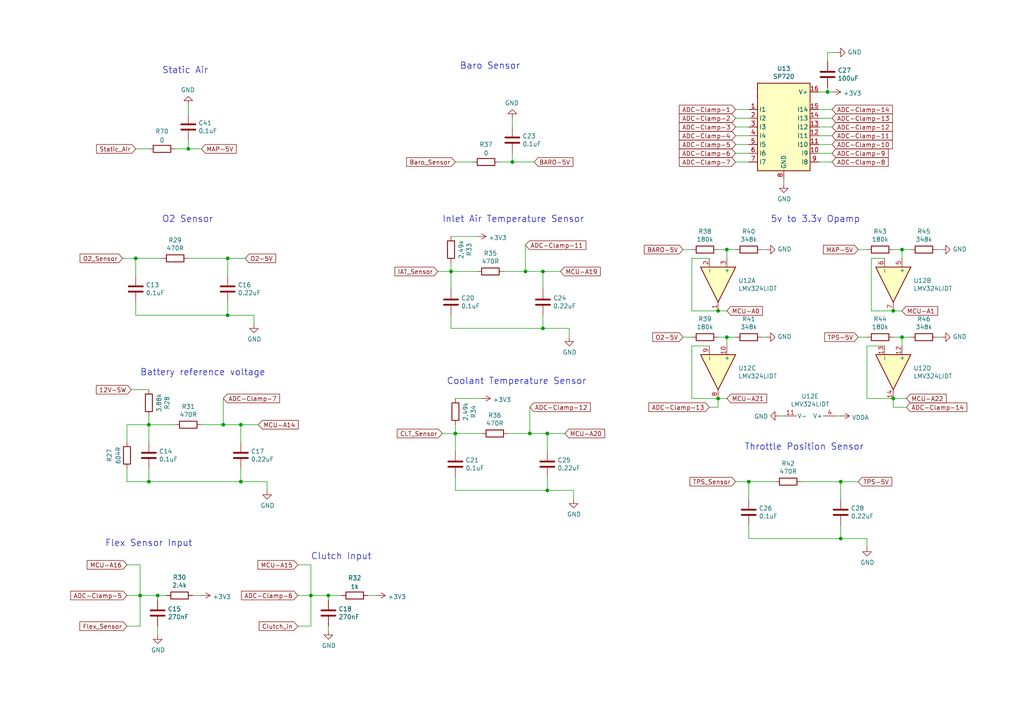
<source format=kicad_sch>
(kicad_sch (version 20250114) (generator "eeschema") (generator_version "9.0")
  (paper "A4")
  (lib_symbols
    (symbol "Amplifier_Operational:LMV324" (pin_names (offset 0.127))
      (property "Reference" "U" (at 0 5.08 0))
      (property "Value" "LMV324" (at 0 -5.08 0))
      (symbol "LMV324_1_1"
        (polyline (pts (xy -5.08 5.08) (xy 5.08 0) (xy -5.08 -5.08) (xy -5.08 5.08)) (stroke (width 0.254)) (fill (type background)))
        (pin input line (at -7.62 2.54 0) (length 2.54) (name "+") (number "3"))
        (pin input line (at -7.62 -2.54 0) (length 2.54) (name "-") (number "2"))
        (pin output line (at 7.62 0 180) (length 2.54) (name "~") (number "1"))
      )
      (symbol "LMV324_2_1"
        (polyline (pts (xy -5.08 5.08) (xy 5.08 0) (xy -5.08 -5.08) (xy -5.08 5.08)) (stroke (width 0.254)) (fill (type background)))
        (pin input line (at -7.62 2.54 0) (length 2.54) (name "+") (number "5"))
        (pin input line (at -7.62 -2.54 0) (length 2.54) (name "-") (number "6"))
        (pin output line (at 7.62 0 180) (length 2.54) (name "~") (number "7"))
      )
      (symbol "LMV324_3_1"
        (polyline (pts (xy -5.08 5.08) (xy 5.08 0) (xy -5.08 -5.08) (xy -5.08 5.08)) (stroke (width 0.254)) (fill (type background)))
        (pin input line (at -7.62 2.54 0) (length 2.54) (name "+") (number "10"))
        (pin input line (at -7.62 -2.54 0) (length 2.54) (name "-") (number "9"))
        (pin output line (at 7.62 0 180) (length 2.54) (name "~") (number "8"))
      )
      (symbol "LMV324_4_1"
        (polyline (pts (xy -5.08 5.08) (xy 5.08 0) (xy -5.08 -5.08) (xy -5.08 5.08)) (stroke (width 0.254)) (fill (type background)))
        (pin input line (at -7.62 2.54 0) (length 2.54) (name "+") (number "12"))
        (pin input line (at -7.62 -2.54 0) (length 2.54) (name "-") (number "13"))
        (pin output line (at 7.62 0 180) (length 2.54) (name "~") (number "14"))
      )
      (symbol "LMV324_5_1"
        (pin power_in line (at -2.54 7.62 270) (length 3.81) (name "V+") (number "4"))
        (pin power_in line (at -2.54 -7.62 90) (length 3.81) (name "V-") (number "11"))
      )
    )
    (symbol "Device:C" (pin_numbers (hide yes)) (pin_names (offset 0.254))
      (property "Reference" "C" (at 0.635 2.54 0))
      (property "Value" "C" (at 0.635 -2.54 0))
      (symbol "C_0_1"
        (polyline (pts (xy -2.032 0.762) (xy 2.032 0.762)) (stroke (width 0.508)))
        (polyline (pts (xy -2.032 -0.762) (xy 2.032 -0.762)) (stroke (width 0.508)))
      )
      (symbol "C_1_1"
        (pin passive line (at 0 3.81 270) (length 2.794) (name "~") (number "1"))
        (pin passive line (at 0 -3.81 90) (length 2.794) (name "~") (number "2"))
      )
    )
    (symbol "Device:R" (pin_numbers (hide yes)) (pin_names (offset 0))
      (property "Reference" "R" (at 2.032 0 90))
      (property "Value" "R" (at 0 0 90))
      (symbol "R_0_1"
        (rectangle (start -1.016 -2.54) (end 1.016 2.54) (stroke (width 0.254)))
      )
      (symbol "R_1_1"
        (pin passive line (at 0 3.81 270) (length 1.27) (name "~") (number "1"))
        (pin passive line (at 0 -3.81 90) (length 1.27) (name "~") (number "2"))
      )
    )
    (symbol "IC_Automotive:SP720"
      (property "Reference" "U" (at 0 15.875 0))
      (property "Value" "SP720" (at 0 13.97 0))
      (symbol "SP720_0_1"
        (rectangle (start -7.62 -12.7) (end 7.62 12.7) (stroke (width 0.254)) (fill (type background)))
      )
      (symbol "SP720_1_1"
        (pin input line (at -10.16 5.08 0) (length 2.54) (name "I1") (number "1"))
        (pin input line (at -10.16 2.54 0) (length 2.54) (name "I2") (number "2"))
        (pin input line (at -10.16 0 0) (length 2.54) (name "I3") (number "3"))
        (pin input line (at -10.16 -2.54 0) (length 2.54) (name "I4") (number "4"))
        (pin input line (at -10.16 -5.08 0) (length 2.54) (name "I5") (number "5"))
        (pin input line (at -10.16 -7.62 0) (length 2.54) (name "I6") (number "6"))
        (pin input line (at -10.16 -10.16 0) (length 2.54) (name "I7") (number "7"))
        (pin power_in line (at 0 -15.24 90) (length 2.54) (name "GND") (number "8"))
        (pin power_in line (at 10.16 10.16 180) (length 2.54) (name "V+") (number "16"))
        (pin input line (at 10.16 5.08 180) (length 2.54) (name "I14") (number "15"))
        (pin open_collector line (at 10.16 2.54 180) (length 2.54) (name "I13") (number "14"))
        (pin input line (at 10.16 0 180) (length 2.54) (name "I12") (number "13"))
        (pin input line (at 10.16 -2.54 180) (length 2.54) (name "I11") (number "12"))
        (pin input line (at 10.16 -5.08 180) (length 2.54) (name "I10") (number "11"))
        (pin input line (at 10.16 -7.62 180) (length 2.54) (name "I9") (number "10"))
        (pin input line (at 10.16 -10.16 180) (length 2.54) (name "I8") (number "9"))
      )
    )
    (symbol "power:+3V3" (power) (pin_names (offset 0))
      (property "Value" "+3V3" (at 0 3.556 0))
      (symbol "+3V3_0_1"
        (polyline (pts (xy -0.762 1.27) (xy 0 2.54)))
        (polyline (pts (xy 0 2.54) (xy 0.762 1.27)))
        (polyline (pts (xy 0 0) (xy 0 2.54)))
      )
      (symbol "+3V3_1_1"
        (pin power_in line (at 0 0 90) (length 0) (hide yes) (name "+3V3") (number "1"))
      )
    )
    (symbol "power:GND" (power) (pin_names (offset 0))
      (property "Value" "GND" (at 0 -3.81 0))
      (symbol "GND_0_1"
        (polyline (pts (xy 0 0) (xy 0 -1.27) (xy 1.27 -1.27) (xy 0 -2.54) (xy -1.27 -1.27) (xy 0 -1.27)))
      )
      (symbol "GND_1_1"
        (pin power_in line (at 0 0 270) (length 0) (hide yes) (name "GND") (number "1"))
      )
    )
    (symbol "power:VDDA" (power) (pin_names (offset 0))
      (property "Value" "VDDA" (at 0 3.81 0))
      (symbol "VDDA_0_1"
        (polyline (pts (xy -0.762 1.27) (xy 0 2.54)))
        (polyline (pts (xy 0 2.54) (xy 0.762 1.27)))
        (polyline (pts (xy 0 0) (xy 0 2.54)))
      )
      (symbol "VDDA_1_1"
        (pin power_in line (at 0 0 90) (length 0) (hide yes) (name "VDDA") (number "1"))
      )
    )
  )
  (text "Baro Sensor" (at 133.35 20.32 0) (effects (font (size 1.8796 1.8796)) (justify left bottom)))
  (text "Battery reference voltage" (at 40.64 109.22 0) (effects (font (size 1.8796 1.8796)) (justify left bottom)))
  (text "Coolant Temperature Sensor" (at 129.54 111.76 0) (effects (font (size 1.8796 1.8796)) (justify left bottom)))
  (text "Clutch Input" (at 90.17 162.56 0) (effects (font (size 1.8796 1.8796)) (justify left bottom)))
  (text "Inlet Air Temperature Sensor" (at 128.27 64.77 0) (effects (font (size 1.8796 1.8796)) (justify left bottom)))
  (text "Flex Sensor Input" (at 30.48 158.75 0) (effects (font (size 1.8796 1.8796)) (justify left bottom)))
  (text "Static Air" (at 46.99 21.59 0) (effects (font (size 1.8796 1.8796)) (justify left bottom)))
  (text "O2 Sensor" (at 46.99 64.77 0) (effects (font (size 1.8796 1.8796)) (justify left bottom)))
  (text "5v to 3.3v Opamp" (at 223.52 64.77 0) (effects (font (size 1.8796 1.8796)) (justify left bottom)))
  (text "Throttle Position Sensor" (at 215.9 130.81 0) (effects (font (size 1.8796 1.8796)) (justify left bottom)))
  (junction (at 217.17 139.7))
  (junction (at 148.59 46.99))
  (junction (at 153.67 125.73))
  (junction (at 66.04 91.44))
  (junction (at 43.18 123.19))
  (junction (at 158.75 142.24))
  (junction (at 243.84 139.7))
  (junction (at 152.4 78.74))
  (junction (at 157.48 78.74))
  (junction (at 240.03 26.67))
  (junction (at 43.18 139.7))
  (junction (at 95.25 172.72))
  (junction (at 64.77 123.19))
  (junction (at 210.82 72.39))
  (junction (at 261.62 72.39))
  (junction (at 157.48 95.25))
  (junction (at 66.04 74.93))
  (junction (at 54.61 43.18))
  (junction (at 90.17 172.72))
  (junction (at 210.82 97.79))
  (junction (at 259.08 90.17))
  (junction (at 261.62 97.79))
  (junction (at 208.28 90.17))
  (junction (at 69.85 139.7))
  (junction (at 243.84 156.21))
  (junction (at 132.08 125.73))
  (junction (at 40.64 172.72))
  (junction (at 158.75 125.73))
  (junction (at 69.85 123.19))
  (junction (at 130.81 78.74))
  (junction (at 45.72 172.72))
  (junction (at 39.37 74.93))
  (junction (at 259.08 115.57))
  (junction (at 208.28 115.57))
  (wire (pts (xy 66.04 87.63) (xy 66.04 91.44)))
  (wire (pts (xy 36.83 123.19) (xy 43.18 123.19)))
  (wire (pts (xy 217.17 39.37) (xy 213.36 39.37)))
  (wire (pts (xy 158.75 142.24) (xy 166.37 142.24)))
  (wire (pts (xy 138.43 68.58) (xy 130.81 68.58)))
  (wire (pts (xy 241.3 36.83) (xy 237.49 36.83)))
  (wire (pts (xy 50.8 43.18) (xy 54.61 43.18)))
  (wire (pts (xy 43.18 120.65) (xy 43.18 123.19)))
  (wire (pts (xy 69.85 123.19) (xy 69.85 128.27)))
  (wire (pts (xy 259.08 97.79) (xy 261.62 97.79)))
  (wire (pts (xy 240.03 26.67) (xy 237.49 26.67)))
  (wire (pts (xy 262.89 115.57) (xy 259.08 115.57)))
  (wire (pts (xy 66.04 91.44) (xy 73.66 91.44)))
  (wire (pts (xy 38.1 113.03) (xy 43.18 113.03)))
  (wire (pts (xy 227.33 53.34) (xy 227.33 52.07)))
  (wire (pts (xy 40.64 181.61) (xy 40.64 172.72)))
  (wire (pts (xy 232.41 139.7) (xy 243.84 139.7)))
  (wire (pts (xy 213.36 31.75) (xy 217.17 31.75)))
  (wire (pts (xy 198.12 72.39) (xy 200.66 72.39)))
  (wire (pts (xy 213.36 41.91) (xy 217.17 41.91)))
  (wire (pts (xy 71.12 74.93) (xy 66.04 74.93)))
  (wire (pts (xy 54.61 74.93) (xy 66.04 74.93)))
  (wire (pts (xy 157.48 78.74) (xy 157.48 83.82)))
  (wire (pts (xy 158.75 138.43) (xy 158.75 142.24)))
  (wire (pts (xy 217.17 34.29) (xy 213.36 34.29)))
  (wire (pts (xy 54.61 43.18) (xy 58.42 43.18)))
  (wire (pts (xy 198.12 97.79) (xy 200.66 97.79)))
  (wire (pts (xy 240.03 25.4) (xy 240.03 26.67)))
  (wire (pts (xy 256.54 100.33) (xy 251.46 100.33)))
  (wire (pts (xy 36.83 181.61) (xy 40.64 181.61)))
  (wire (pts (xy 200.66 74.93) (xy 205.74 74.93)))
  (wire (pts (xy 127 78.74) (xy 130.81 78.74)))
  (wire (pts (xy 237.49 34.29) (xy 241.3 34.29)))
  (wire (pts (xy 130.81 78.74) (xy 138.43 78.74)))
  (wire (pts (xy 158.75 125.73) (xy 158.75 130.81)))
  (wire (pts (xy 58.42 123.19) (xy 64.77 123.19)))
  (wire (pts (xy 157.48 91.44) (xy 157.48 95.25)))
  (wire (pts (xy 43.18 139.7) (xy 69.85 139.7)))
  (wire (pts (xy 251.46 115.57) (xy 259.08 115.57)))
  (wire (pts (xy 200.66 115.57) (xy 208.28 115.57)))
  (wire (pts (xy 55.88 172.72) (xy 58.42 172.72)))
  (wire (pts (xy 86.36 172.72) (xy 90.17 172.72)))
  (wire (pts (xy 237.49 44.45) (xy 241.3 44.45)))
  (wire (pts (xy 261.62 90.17) (xy 259.08 90.17)))
  (wire (pts (xy 241.3 41.91) (xy 237.49 41.91)))
  (wire (pts (xy 132.08 142.24) (xy 158.75 142.24)))
  (wire (pts (xy 213.36 139.7) (xy 217.17 139.7)))
  (wire (pts (xy 130.81 91.44) (xy 130.81 95.25)))
  (wire (pts (xy 222.25 97.79) (xy 220.98 97.79)))
  (wire (pts (xy 36.83 139.7) (xy 43.18 139.7)))
  (wire (pts (xy 251.46 156.21) (xy 251.46 158.75)))
  (wire (pts (xy 39.37 43.18) (xy 43.18 43.18)))
  (wire (pts (xy 243.84 152.4) (xy 243.84 156.21)))
  (wire (pts (xy 261.62 72.39) (xy 259.08 72.39)))
  (wire (pts (xy 36.83 163.83) (xy 40.64 163.83)))
  (wire (pts (xy 153.67 125.73) (xy 158.75 125.73)))
  (wire (pts (xy 45.72 184.15) (xy 45.72 181.61)))
  (wire (pts (xy 45.72 173.99) (xy 45.72 172.72)))
  (wire (pts (xy 256.54 74.93) (xy 252.73 74.93)))
  (wire (pts (xy 148.59 46.99) (xy 154.94 46.99)))
  (wire (pts (xy 35.56 74.93) (xy 39.37 74.93)))
  (wire (pts (xy 241.3 26.67) (xy 240.03 26.67)))
  (wire (pts (xy 36.83 135.89) (xy 36.83 139.7)))
  (wire (pts (xy 237.49 39.37) (xy 241.3 39.37)))
  (wire (pts (xy 240.03 15.24) (xy 240.03 17.78)))
  (wire (pts (xy 106.68 172.72) (xy 109.22 172.72)))
  (wire (pts (xy 210.82 72.39) (xy 213.36 72.39)))
  (wire (pts (xy 217.17 152.4) (xy 217.17 156.21)))
  (wire (pts (xy 73.66 91.44) (xy 73.66 93.98)))
  (wire (pts (xy 132.08 125.73) (xy 139.7 125.73)))
  (wire (pts (xy 252.73 74.93) (xy 252.73 90.17)))
  (wire (pts (xy 222.25 72.39) (xy 220.98 72.39)))
  (wire (pts (xy 262.89 118.11) (xy 259.08 118.11)))
  (wire (pts (xy 36.83 128.27) (xy 36.83 123.19)))
  (wire (pts (xy 205.74 118.11) (xy 208.28 118.11)))
  (wire (pts (xy 166.37 142.24) (xy 166.37 144.78)))
  (wire (pts (xy 217.17 44.45) (xy 213.36 44.45)))
  (wire (pts (xy 54.61 30.48) (xy 54.61 33.02)))
  (wire (pts (xy 210.82 97.79) (xy 213.36 97.79)))
  (wire (pts (xy 132.08 46.99) (xy 137.16 46.99)))
  (wire (pts (xy 54.61 43.18) (xy 54.61 40.64)))
  (wire (pts (xy 248.92 72.39) (xy 251.46 72.39)))
  (wire (pts (xy 132.08 138.43) (xy 132.08 142.24)))
  (wire (pts (xy 39.37 87.63) (xy 39.37 91.44)))
  (wire (pts (xy 66.04 74.93) (xy 66.04 80.01)))
  (wire (pts (xy 144.78 46.99) (xy 148.59 46.99)))
  (wire (pts (xy 95.25 181.61) (xy 95.25 182.88)))
  (wire (pts (xy 243.84 120.65) (xy 242.57 120.65)))
  (wire (pts (xy 40.64 163.83) (xy 40.64 172.72)))
  (wire (pts (xy 210.82 100.33) (xy 210.82 97.79)))
  (wire (pts (xy 128.27 125.73) (xy 132.08 125.73)))
  (wire (pts (xy 69.85 135.89) (xy 69.85 139.7)))
  (wire (pts (xy 261.62 72.39) (xy 264.16 72.39)))
  (wire (pts (xy 39.37 91.44) (xy 66.04 91.44)))
  (wire (pts (xy 86.36 163.83) (xy 90.17 163.83)))
  (wire (pts (xy 165.1 95.25) (xy 165.1 97.79)))
  (wire (pts (xy 217.17 156.21) (xy 243.84 156.21)))
  (wire (pts (xy 43.18 128.27) (xy 43.18 123.19)))
  (wire (pts (xy 147.32 125.73) (xy 153.67 125.73)))
  (wire (pts (xy 146.05 78.74) (xy 152.4 78.74)))
  (wire (pts (xy 43.18 135.89) (xy 43.18 139.7)))
  (wire (pts (xy 90.17 163.83) (xy 90.17 172.72)))
  (wire (pts (xy 217.17 144.78) (xy 217.17 139.7)))
  (wire (pts (xy 39.37 74.93) (xy 46.99 74.93)))
  (wire (pts (xy 226.06 120.65) (xy 227.33 120.65)))
  (wire (pts (xy 241.3 46.99) (xy 237.49 46.99)))
  (wire (pts (xy 210.82 74.93) (xy 210.82 72.39)))
  (wire (pts (xy 208.28 90.17) (xy 200.66 90.17)))
  (wire (pts (xy 210.82 97.79) (xy 208.28 97.79)))
  (wire (pts (xy 213.36 46.99) (xy 217.17 46.99)))
  (wire (pts (xy 139.7 115.57) (xy 132.08 115.57)))
  (wire (pts (xy 77.47 139.7) (xy 77.47 142.24)))
  (wire (pts (xy 259.08 118.11) (xy 259.08 115.57)))
  (wire (pts (xy 242.57 15.24) (xy 240.03 15.24)))
  (wire (pts (xy 217.17 139.7) (xy 224.79 139.7)))
  (wire (pts (xy 205.74 100.33) (xy 200.66 100.33)))
  (wire (pts (xy 248.92 97.79) (xy 251.46 97.79)))
  (wire (pts (xy 148.59 46.99) (xy 148.59 44.45)))
  (wire (pts (xy 243.84 156.21) (xy 251.46 156.21)))
  (wire (pts (xy 248.92 139.7) (xy 243.84 139.7)))
  (wire (pts (xy 163.83 125.73) (xy 158.75 125.73)))
  (wire (pts (xy 132.08 130.81) (xy 132.08 125.73)))
  (wire (pts (xy 90.17 172.72) (xy 95.25 172.72)))
  (wire (pts (xy 261.62 100.33) (xy 261.62 97.79)))
  (wire (pts (xy 48.26 172.72) (xy 45.72 172.72)))
  (wire (pts (xy 90.17 181.61) (xy 90.17 172.72)))
  (wire (pts (xy 45.72 172.72) (xy 40.64 172.72)))
  (wire (pts (xy 152.4 71.12) (xy 152.4 78.74)))
  (wire (pts (xy 152.4 78.74) (xy 157.48 78.74)))
  (wire (pts (xy 241.3 31.75) (xy 237.49 31.75)))
  (wire (pts (xy 210.82 72.39) (xy 208.28 72.39)))
  (wire (pts (xy 132.08 123.19) (xy 132.08 125.73)))
  (wire (pts (xy 208.28 118.11) (xy 208.28 115.57)))
  (wire (pts (xy 43.18 123.19) (xy 50.8 123.19)))
  (wire (pts (xy 153.67 118.11) (xy 153.67 125.73)))
  (wire (pts (xy 261.62 97.79) (xy 264.16 97.79)))
  (wire (pts (xy 40.64 172.72) (xy 36.83 172.72)))
  (wire (pts (xy 86.36 181.61) (xy 90.17 181.61)))
  (wire (pts (xy 200.66 90.17) (xy 200.66 74.93)))
  (wire (pts (xy 130.81 95.25) (xy 157.48 95.25)))
  (wire (pts (xy 251.46 100.33) (xy 251.46 115.57)))
  (wire (pts (xy 213.36 36.83) (xy 217.17 36.83)))
  (wire (pts (xy 130.81 76.2) (xy 130.81 78.74)))
  (wire (pts (xy 210.82 115.57) (xy 208.28 115.57)))
  (wire (pts (xy 39.37 80.01) (xy 39.37 74.93)))
  (wire (pts (xy 271.78 97.79) (xy 273.05 97.79)))
  (wire (pts (xy 148.59 34.29) (xy 148.59 36.83)))
  (wire (pts (xy 210.82 90.17) (xy 208.28 90.17)))
  (wire (pts (xy 64.77 123.19) (xy 69.85 123.19)))
  (wire (pts (xy 273.05 72.39) (xy 271.78 72.39)))
  (wire (pts (xy 162.56 78.74) (xy 157.48 78.74)))
  (wire (pts (xy 261.62 74.93) (xy 261.62 72.39)))
  (wire (pts (xy 69.85 139.7) (xy 77.47 139.7)))
  (wire (pts (xy 200.66 100.33) (xy 200.66 115.57)))
  (wire (pts (xy 130.81 83.82) (xy 130.81 78.74)))
  (wire (pts (xy 252.73 90.17) (xy 259.08 90.17)))
  (wire (pts (xy 243.84 139.7) (xy 243.84 144.78)))
  (wire (pts (xy 95.25 172.72) (xy 99.06 172.72)))
  (wire (pts (xy 64.77 115.57) (xy 64.77 123.19)))
  (wire (pts (xy 95.25 173.99) (xy 95.25 172.72)))
  (wire (pts (xy 74.93 123.19) (xy 69.85 123.19)))
  (wire (pts (xy 157.48 95.25) (xy 165.1 95.25)))
  (global_label "MCU-A16" (shape input) (at 36.83 163.83 180) (property "Intersheetrefs" "${INTERSHEET_REFS}" (effects (hide yes))))
  (global_label "Flex_Sensor" (shape input) (at 36.83 181.61 180) (property "Intersheetrefs" "${INTERSHEET_REFS}" (effects (hide yes))))
  (global_label "ADC-Clamp-12" (shape input) (at 153.67 118.11 0) (property "Intersheetrefs" "${INTERSHEET_REFS}" (effects (hide yes))))
  (global_label "ADC-Clamp-14" (shape input) (at 241.3 31.75 0) (property "Intersheetrefs" "${INTERSHEET_REFS}" (effects (hide yes))))
  (global_label "MCU-A21" (shape input) (at 210.82 115.57 0) (property "Intersheetrefs" "${INTERSHEET_REFS}" (effects (hide yes))))
  (global_label "IAT_Sensor" (shape input) (at 127 78.74 180) (property "Intersheetrefs" "${INTERSHEET_REFS}" (effects (hide yes))))
  (global_label "MAP-5V" (shape input) (at 58.42 43.18 0) (property "Intersheetrefs" "${INTERSHEET_REFS}" (effects (hide yes))))
  (global_label "ADC-Clamp-13" (shape input) (at 205.74 118.11 180) (property "Intersheetrefs" "${INTERSHEET_REFS}" (effects (hide yes))))
  (global_label "BARO-5V" (shape input) (at 154.94 46.99 0) (property "Intersheetrefs" "${INTERSHEET_REFS}" (effects (hide yes))))
  (global_label "Baro_Sensor" (shape input) (at 132.08 46.99 180) (property "Intersheetrefs" "${INTERSHEET_REFS}" (effects (hide yes))))
  (global_label "CLT_Sensor" (shape input) (at 128.27 125.73 180) (property "Intersheetrefs" "${INTERSHEET_REFS}" (effects (hide yes))))
  (global_label "MCU-A1" (shape input) (at 261.62 90.17 0) (property "Intersheetrefs" "${INTERSHEET_REFS}" (effects (hide yes))))
  (global_label "O2_Sensor" (shape input) (at 35.56 74.93 180) (property "Intersheetrefs" "${INTERSHEET_REFS}" (effects (hide yes))))
  (global_label "MCU-A22" (shape input) (at 262.89 115.57 0) (property "Intersheetrefs" "${INTERSHEET_REFS}" (effects (hide yes))))
  (global_label "ADC-Clamp-7" (shape input) (at 64.77 115.57 0) (property "Intersheetrefs" "${INTERSHEET_REFS}" (effects (hide yes))))
  (global_label "ADC-Clamp-5" (shape input) (at 213.36 41.91 180) (property "Intersheetrefs" "${INTERSHEET_REFS}" (effects (hide yes))))
  (global_label "ADC-Clamp-8" (shape input) (at 241.3 46.99 0) (property "Intersheetrefs" "${INTERSHEET_REFS}" (effects (hide yes))))
  (global_label "ADC-Clamp-11" (shape input) (at 152.4 71.12 0) (property "Intersheetrefs" "${INTERSHEET_REFS}" (effects (hide yes))))
  (global_label "MCU-A0" (shape input) (at 210.82 90.17 0) (property "Intersheetrefs" "${INTERSHEET_REFS}" (effects (hide yes))))
  (global_label "ADC-Clamp-7" (shape input) (at 213.36 46.99 180) (property "Intersheetrefs" "${INTERSHEET_REFS}" (effects (hide yes))))
  (global_label "ADC-Clamp-13" (shape input) (at 241.3 34.29 0) (property "Intersheetrefs" "${INTERSHEET_REFS}" (effects (hide yes))))
  (global_label "ADC-Clamp-12" (shape input) (at 241.3 36.83 0) (property "Intersheetrefs" "${INTERSHEET_REFS}" (effects (hide yes))))
  (global_label "ADC-Clamp-1" (shape input) (at 213.36 31.75 180) (property "Intersheetrefs" "${INTERSHEET_REFS}" (effects (hide yes))))
  (global_label "ADC-Clamp-11" (shape input) (at 241.3 39.37 0) (property "Intersheetrefs" "${INTERSHEET_REFS}" (effects (hide yes))))
  (global_label "12V-SW" (shape input) (at 38.1 113.03 180) (property "Intersheetrefs" "${INTERSHEET_REFS}" (effects (hide yes))))
  (global_label "ADC-Clamp-3" (shape input) (at 213.36 36.83 180) (property "Intersheetrefs" "${INTERSHEET_REFS}" (effects (hide yes))))
  (global_label "ADC-Clamp-14" (shape input) (at 262.89 118.11 0) (property "Intersheetrefs" "${INTERSHEET_REFS}" (effects (hide yes))))
  (global_label "Clutch_in" (shape input) (at 86.36 181.61 180) (property "Intersheetrefs" "${INTERSHEET_REFS}" (effects (hide yes))))
  (global_label "O2-5V" (shape input) (at 198.12 97.79 180) (property "Intersheetrefs" "${INTERSHEET_REFS}" (effects (hide yes))))
  (global_label "BARO-5V" (shape input) (at 198.12 72.39 180) (property "Intersheetrefs" "${INTERSHEET_REFS}" (effects (hide yes))))
  (global_label "ADC-Clamp-10" (shape input) (at 241.3 41.91 0) (property "Intersheetrefs" "${INTERSHEET_REFS}" (effects (hide yes))))
  (global_label "MCU-A15" (shape input) (at 86.36 163.83 180) (property "Intersheetrefs" "${INTERSHEET_REFS}" (effects (hide yes))))
  (global_label "ADC-Clamp-2" (shape input) (at 213.36 34.29 180) (property "Intersheetrefs" "${INTERSHEET_REFS}" (effects (hide yes))))
  (global_label "ADC-Clamp-4" (shape input) (at 213.36 39.37 180) (property "Intersheetrefs" "${INTERSHEET_REFS}" (effects (hide yes))))
  (global_label "ADC-Clamp-6" (shape input) (at 86.36 172.72 180) (property "Intersheetrefs" "${INTERSHEET_REFS}" (effects (hide yes))))
  (global_label "O2-5V" (shape input) (at 71.12 74.93 0) (property "Intersheetrefs" "${INTERSHEET_REFS}" (effects (hide yes))))
  (global_label "TPS-5V" (shape input) (at 248.92 97.79 180) (property "Intersheetrefs" "${INTERSHEET_REFS}" (effects (hide yes))))
  (global_label "ADC-Clamp-5" (shape input) (at 36.83 172.72 180) (property "Intersheetrefs" "${INTERSHEET_REFS}" (effects (hide yes))))
  (global_label "TPS-5V" (shape input) (at 248.92 139.7 0) (property "Intersheetrefs" "${INTERSHEET_REFS}" (effects (hide yes))))
  (global_label "MCU-A14" (shape input) (at 74.93 123.19 0) (effects (font (thickness 0.1588))) (property "Intersheetrefs" "${INTERSHEET_REFS}" (effects (hide yes))))
  (global_label "ADC-Clamp-6" (shape input) (at 213.36 44.45 180) (property "Intersheetrefs" "${INTERSHEET_REFS}" (effects (hide yes))))
  (global_label "MAP-5V" (shape input) (at 248.92 72.39 180) (property "Intersheetrefs" "${INTERSHEET_REFS}" (effects (hide yes))))
  (global_label "Static_Air" (shape input) (at 39.37 43.18 180) (property "Intersheetrefs" "${INTERSHEET_REFS}" (effects (hide yes))))
  (global_label "ADC-Clamp-9" (shape input) (at 241.3 44.45 0) (property "Intersheetrefs" "${INTERSHEET_REFS}" (effects (hide yes))))
  (global_label "TPS_Sensor" (shape input) (at 213.36 139.7 180) (property "Intersheetrefs" "${INTERSHEET_REFS}" (effects (hide yes))))
  (global_label "MCU-A19" (shape input) (at 162.56 78.74 0) (property "Intersheetrefs" "${INTERSHEET_REFS}" (effects (hide yes))))
  (global_label "MCU-A20" (shape input) (at 163.83 125.73 0) (property "Intersheetrefs" "${INTERSHEET_REFS}" (effects (hide yes))))
  (symbol (lib_id "Device:C") (at 157.48 87.63 0) (unit 1)
    (property "Reference" "C24" (at 160.401 86.4616 0) (effects (justify left)))
    (property "Value" "0.22uF" (at 160.401 88.773 0) (effects (justify left)))
    (property "Footprint" "Capacitor_SMD:C_0805_2012Metric" (effects (hide yes)))
    (property "Digikey Part Number" "1276-1284-1-ND" (effects (hide yes)))
    (property "Manufacturer_Name" "Samsung" (effects (hide yes)))
    (property "Manufacturer_Part_Number" "CL21B224KOCNNNC" (effects (hide yes)))
    (property "URL" "https://www.digikey.com/product-detail/en/samsung-electro-mechanics-america-inc/CL21B224KOCNNNC/1276-1284-1-ND/3889370" (effects (hide yes)))
  )
  (symbol (lib_id "power:+3V3") (at 109.22 172.72 270) (unit 1)
    (property "Reference" "#PWR058" (effects (hide yes)))
    (property "Value" "+3V3" (at 112.4712 173.101 90) (effects (justify left)))
  )
  (symbol (lib_id "power:GND") (at 166.37 144.78 0) (unit 1)
    (property "Reference" "#PWR066" (effects (hide yes)))
    (property "Value" "GND" (at 166.497 149.1742 0))
  )
  (symbol (lib_id "power:GND") (at 251.46 158.75 0) (unit 1)
    (property "Reference" "#PWR074" (effects (hide yes)))
    (property "Value" "GND" (at 251.587 163.1442 0))
  )
  (symbol (lib_id "power:GND") (at 227.33 53.34 0) (unit 1)
    (property "Reference" "#PWR070" (effects (hide yes)))
    (property "Value" "GND" (at 227.457 57.7342 0))
  )
  (symbol (lib_id "power:VDDA") (at 243.84 120.65 270) (unit 1)
    (property "Reference" "#PWR073" (effects (hide yes)))
    (property "Value" "VDDA" (at 247.0912 121.1072 90) (effects (justify left)))
  )
  (symbol (lib_id "Device:R") (at 255.27 97.79 270) (unit 1)
    (property "Reference" "R44" (at 255.27 92.5322 90))
    (property "Value" "180k" (at 255.27 94.8436 90))
    (property "Footprint" "Resistor_SMD:R_0805_2012Metric" (effects (hide yes)))
    (property "Digikey Part Number" "311-180KCRCT-ND" (effects (hide yes)))
    (property "Manufacturer_Name" "Yageo" (effects (hide yes)))
    (property "Manufacturer_Part_Number" "RC0805FR-07180KL" (effects (hide yes)))
    (property "URL" "https://www.digikey.com.au/product-detail/en/yageo/RC0805FR-07180KL/311-180KCRCT-ND/730597" (effects (hide yes)))
  )
  (symbol (lib_id "Device:C") (at 132.08 134.62 0) (unit 1)
    (property "Reference" "C21" (at 135.001 133.4516 0) (effects (justify left)))
    (property "Value" "0.1uF" (at 135.001 135.763 0) (effects (justify left)))
    (property "Footprint" "Capacitor_SMD:C_0805_2012Metric" (effects (hide yes)))
    (property "Digikey Part Number" "311-1140-1-ND" (effects (hide yes)))
    (property "Manufacturer_Name" "Yageo" (effects (hide yes)))
    (property "Manufacturer_Part_Number" "CC0805KRX7R9BB104" (effects (hide yes)))
    (property "URL" "https://www.digikey.com.au/product-detail/en/yageo/CC0805KRX7R9BB104/311-1140-1-ND/303050" (effects (hide yes)))
  )
  (symbol (lib_id "Device:C") (at 43.18 132.08 0) (unit 1)
    (property "Reference" "C14" (at 46.101 130.9116 0) (effects (justify left)))
    (property "Value" "0.1uF" (at 46.101 133.223 0) (effects (justify left)))
    (property "Footprint" "Capacitor_SMD:C_0805_2012Metric" (effects (hide yes)))
    (property "Digikey Part Number" "311-1140-1-ND" (effects (hide yes)))
    (property "Manufacturer_Name" "Yageo" (effects (hide yes)))
    (property "Manufacturer_Part_Number" "CC0805KRX7R9BB104" (effects (hide yes)))
    (property "URL" "https://www.digikey.com.au/product-detail/en/yageo/CC0805KRX7R9BB104/311-1140-1-ND/303050" (effects (hide yes)))
  )
  (symbol (lib_id "power:GND") (at 148.59 34.29 180) (unit 1)
    (property "Reference" "#PWR064" (effects (hide yes)))
    (property "Value" "GND" (at 148.463 29.8958 0))
  )
  (symbol (lib_id "Device:R") (at 130.81 72.39 180) (unit 1)
    (property "Reference" "R33" (at 136.0678 72.39 90))
    (property "Value" "2.49k" (at 133.7564 72.39 90))
    (property "Footprint" "Resistor_SMD:R_0805_2012Metric" (effects (hide yes)))
    (property "Digikey Part Number" "YAG1854CT-ND" (effects (hide yes)))
    (property "Manufacturer_Name" "Yageo" (effects (hide yes)))
    (property "Manufacturer_Part_Number" "RT0805BRD072K49L" (effects (hide yes)))
    (property "Tolerance" "0.1%" (effects (hide yes)))
    (property "URL" "https://www.digikey.com/product-detail/en/yageo/RT0805BRD072K49L/YAG1854CT-ND/5139302" (effects (hide yes)))
  )
  (symbol (lib_id "Device:C") (at 39.37 83.82 0) (unit 1)
    (property "Reference" "C13" (at 42.291 82.6516 0) (effects (justify left)))
    (property "Value" "0.1uF" (at 42.291 84.963 0) (effects (justify left)))
    (property "Footprint" "Capacitor_SMD:C_0805_2012Metric" (effects (hide yes)))
    (property "Digikey Part Number" "311-1140-1-ND" (effects (hide yes)))
    (property "Manufacturer_Name" "Yageo" (effects (hide yes)))
    (property "Manufacturer_Part_Number" "CC0805KRX7R9BB104" (effects (hide yes)))
    (property "URL" "https://www.digikey.com.au/product-detail/en/yageo/CC0805KRX7R9BB104/311-1140-1-ND/303050" (effects (hide yes)))
  )
  (symbol (lib_id "power:+3V3") (at 241.3 26.67 270) (unit 1)
    (property "Reference" "#PWR071" (effects (hide yes)))
    (property "Value" "+3V3" (at 244.5512 27.051 90) (effects (justify left)))
  )
  (symbol (lib_id "Amplifier_Operational:LMV324") (at 208.28 107.95 270) (unit 3)
    (property "Reference" "U12" (at 214.122 106.7816 90) (effects (justify left)))
    (property "Value" "LMV324LIDT" (at 214.122 109.093 90) (effects (justify left)))
    (property "Footprint" "Package_SO:SOIC-14_3.9x8.7mm_P1.27mm" (effects (hide yes)))
    (property "Datasheet" "http://www.ti.com/lit/ds/symlink/lmv324.pdf" (effects (hide yes)))
    (property "Digikey Part Number" "497-13052-1-ND" (effects (hide yes)))
    (property "Manufacturer_Name" "STMicroelectronics" (effects (hide yes)))
    (property "Manufacturer_Part_Number" "LMV324LIDT" (effects (hide yes)))
    (property "URL" "https://www.digikey.com.au/product-detail/en/stmicroelectronics/LMV324LIDT/497-13052-1-ND/3458219" (effects (hide yes)))
  )
  (symbol (lib_id "Device:R") (at 267.97 72.39 270) (unit 1)
    (property "Reference" "R45" (at 267.97 67.1322 90))
    (property "Value" "348k" (at 267.97 69.4436 90))
    (property "Footprint" "Resistor_SMD:R_0805_2012Metric" (effects (hide yes)))
    (property "Digikey Part Number" "P348KCDKR-ND" (effects (hide yes)))
    (property "Manufacturer_Name" "Panasonic" (effects (hide yes)))
    (property "Manufacturer_Part_Number" "ERJ-6ENF3483V" (effects (hide yes)))
    (property "URL" "https://www.digikey.com.au/product-detail/en/panasonic-electronic-components/ERJ-6ENF3483V/P348KCDKR-ND/576673" (effects (hide yes)))
  )
  (symbol (lib_id "power:GND") (at 222.25 72.39 90) (unit 1)
    (property "Reference" "#PWR067" (effects (hide yes)))
    (property "Value" "GND" (at 225.5012 72.263 90) (effects (justify right)))
  )
  (symbol (lib_id "IC_Automotive:SP720") (at 227.33 36.83 0) (unit 1)
    (property "Reference" "U13" (at 227.33 19.8882 0))
    (property "Value" "SP720" (at 227.33 22.1996 0))
    (property "Footprint" "Package_SO:SOIC-16_3.9x9.9mm_P1.27mm" (effects (hide yes)))
    (property "Datasheet" "https://m.littelfuse.com/~/media/electronics/datasheets/tvs_diode_arrays/littelfuse_tvs_diode_array_sp720_datasheet.pdf.pdf" (effects (hide yes)))
    (property "Digikey Part Number" "F3162CT-ND" (effects (hide yes)))
    (property "Manufacturer_Name" "Littelfuse" (effects (hide yes)))
    (property "Manufacturer_Part_Number" "SP720ABTG" (effects (hide yes)))
    (property "URL" "https://www.digikey.com/product-detail/en/littelfuse-inc/SP720ABTG/F3162CT-ND/1984458" (effects (hide yes)))
  )
  (symbol (lib_id "Device:R") (at 217.17 97.79 270) (unit 1)
    (property "Reference" "R41" (at 217.17 92.5322 90))
    (property "Value" "348k" (at 217.17 94.8436 90))
    (property "Footprint" "Resistor_SMD:R_0805_2012Metric" (effects (hide yes)))
    (property "Digikey Part Number" "P348KCDKR-ND" (effects (hide yes)))
    (property "Manufacturer_Name" "Panasonic" (effects (hide yes)))
    (property "Manufacturer_Part_Number" "ERJ-6ENF3483V" (effects (hide yes)))
    (property "URL" "https://www.digikey.com.au/product-detail/en/panasonic-electronic-components/ERJ-6ENF3483V/P348KCDKR-ND/576673" (effects (hide yes)))
  )
  (symbol (lib_id "Amplifier_Operational:LMV324") (at 259.08 82.55 270) (unit 2)
    (property "Reference" "U12" (at 264.922 81.3816 90) (effects (justify left)))
    (property "Value" "LMV324LIDT" (at 264.922 83.693 90) (effects (justify left)))
    (property "Footprint" "Package_SO:SOIC-14_3.9x8.7mm_P1.27mm" (effects (hide yes)))
    (property "Datasheet" "http://www.ti.com/lit/ds/symlink/lmv324.pdf" (effects (hide yes)))
    (property "Digikey Part Number" "497-13052-1-ND" (effects (hide yes)))
    (property "Manufacturer_Name" "STMicroelectronics" (effects (hide yes)))
    (property "Manufacturer_Part_Number" "LMV324LIDT" (effects (hide yes)))
    (property "URL" "https://www.digikey.com.au/product-detail/en/stmicroelectronics/LMV324LIDT/497-13052-1-ND/3458219" (effects (hide yes)))
  )
  (symbol (lib_id "Device:C") (at 130.81 87.63 0) (unit 1)
    (property "Reference" "C20" (at 133.731 86.4616 0) (effects (justify left)))
    (property "Value" "0.1uF" (at 133.731 88.773 0) (effects (justify left)))
    (property "Footprint" "Capacitor_SMD:C_0805_2012Metric" (effects (hide yes)))
    (property "Digikey Part Number" "311-1140-1-ND" (effects (hide yes)))
    (property "Manufacturer_Name" "Yageo" (effects (hide yes)))
    (property "Manufacturer_Part_Number" "CC0805KRX7R9BB104" (effects (hide yes)))
    (property "URL" "https://www.digikey.com.au/product-detail/en/yageo/CC0805KRX7R9BB104/311-1140-1-ND/303050" (effects (hide yes)))
  )
  (symbol (lib_id "Device:C") (at 148.59 40.64 0) (unit 1)
    (property "Reference" "C23" (at 151.511 39.4716 0) (effects (justify left)))
    (property "Value" "0.1uF" (at 151.511 41.783 0) (effects (justify left)))
    (property "Footprint" "Capacitor_SMD:C_0805_2012Metric" (effects (hide yes)))
    (property "Digikey Part Number" "311-1140-1-ND" (effects (hide yes)))
    (property "Manufacturer_Name" "Yageo" (effects (hide yes)))
    (property "Manufacturer_Part_Number" "CC0805KRX7R9BB104" (effects (hide yes)))
    (property "URL" "https://www.digikey.com.au/product-detail/en/yageo/CC0805KRX7R9BB104/311-1140-1-ND/303050" (effects (hide yes)))
  )
  (symbol (lib_id "Device:R") (at 132.08 119.38 180) (unit 1)
    (property "Reference" "R34" (at 137.3378 119.38 90))
    (property "Value" "2.49k" (at 135.0264 119.38 90))
    (property "Footprint" "Resistor_SMD:R_0805_2012Metric" (effects (hide yes)))
    (property "Digikey Part Number" "YAG1854CT-ND" (effects (hide yes)))
    (property "Manufacturer_Name" "Yageo" (effects (hide yes)))
    (property "Manufacturer_Part_Number" "RT0805BRD072K49L" (effects (hide yes)))
    (property "Tolerance" "0.1%" (effects (hide yes)))
    (property "URL" "https://www.digikey.com/product-detail/en/yageo/RT0805BRD072K49L/YAG1854CT-ND/5139302" (effects (hide yes)))
  )
  (symbol (lib_id "Device:R") (at 36.83 132.08 180) (unit 1)
    (property "Reference" "R27" (at 31.75 132.08 90))
    (property "Value" "604R" (at 34.29 132.08 90))
    (property "Footprint" "Resistor_SMD:R_0805_2012Metric" (effects (hide yes)))
    (property "Tolerance" "1%" (effects (hide yes)))
    (property "Digikey Part Number" "311-604CRCT-ND" (effects (hide yes)))
    (property "Manufacturer_Name" "Yageo" (effects (hide yes)))
    (property "Manufacturer_Part_Number" "RC0805FR-07604RL" (effects (hide yes)))
    (property "URL" "https://www.digikey.com/product-detail/en/yageo/RC0805FR-07604RL/311-604CRCT-ND/731022" (effects (hide yes)))
  )
  (symbol (lib_id "Device:C") (at 158.75 134.62 0) (unit 1)
    (property "Reference" "C25" (at 161.671 133.4516 0) (effects (justify left)))
    (property "Value" "0.22uF" (at 161.671 135.763 0) (effects (justify left)))
    (property "Footprint" "Capacitor_SMD:C_0805_2012Metric" (effects (hide yes)))
    (property "Digikey Part Number" "1276-1284-1-ND" (effects (hide yes)))
    (property "Manufacturer_Name" "Samsung" (effects (hide yes)))
    (property "Manufacturer_Part_Number" "CL21B224KOCNNNC" (effects (hide yes)))
    (property "URL" "https://www.digikey.com/product-detail/en/samsung-electro-mechanics-america-inc/CL21B224KOCNNNC/1276-1284-1-ND/3889370" (effects (hide yes)))
  )
  (symbol (lib_id "Device:R") (at 52.07 172.72 270) (unit 1)
    (property "Reference" "R30" (at 52.07 167.4622 90))
    (property "Value" "2.4k" (at 52.07 169.7736 90))
    (property "Footprint" "Resistor_SMD:R_0805_2012Metric" (effects (hide yes)))
    (property "Digikey Part Number" "311-2.40KCRCT-ND" (effects (hide yes)))
    (property "Manufacturer_Name" "Yageo" (effects (hide yes)))
    (property "Manufacturer_Part_Number" "RC0805FR-072K4L" (effects (hide yes)))
    (property "URL" "https://www.digikey.com/product-detail/en/yageo/RC0805FR-072K4L/311-2.40KCRCT-ND/730637" (effects (hide yes)))
  )
  (symbol (lib_id "Device:C") (at 243.84 148.59 0) (unit 1)
    (property "Reference" "C28" (at 246.761 147.4216 0) (effects (justify left)))
    (property "Value" "0.22uF" (at 246.761 149.733 0) (effects (justify left)))
    (property "Footprint" "Capacitor_SMD:C_0805_2012Metric" (effects (hide yes)))
    (property "Digikey Part Number" "1276-1284-1-ND" (effects (hide yes)))
    (property "Manufacturer_Name" "Samsung" (effects (hide yes)))
    (property "Manufacturer_Part_Number" "CL21B224KOCNNNC" (effects (hide yes)))
    (property "URL" "https://www.digikey.com/product-detail/en/samsung-electro-mechanics-america-inc/CL21B224KOCNNNC/1276-1284-1-ND/3889370" (effects (hide yes)))
  )
  (symbol (lib_id "power:GND") (at 165.1 97.79 0) (unit 1)
    (property "Reference" "#PWR065" (effects (hide yes)))
    (property "Value" "GND" (at 165.227 102.1842 0))
  )
  (symbol (lib_id "power:GND") (at 222.25 97.79 90) (unit 1)
    (property "Reference" "#PWR068" (effects (hide yes)))
    (property "Value" "GND" (at 225.5012 97.663 90) (effects (justify right)))
  )
  (symbol (lib_id "Device:R") (at 204.47 97.79 270) (unit 1)
    (property "Reference" "R39" (at 204.47 92.5322 90))
    (property "Value" "180k" (at 204.47 94.8436 90))
    (property "Footprint" "Resistor_SMD:R_0805_2012Metric" (effects (hide yes)))
    (property "Digikey Part Number" "311-180KCRCT-ND" (effects (hide yes)))
    (property "Manufacturer_Name" "Yageo" (effects (hide yes)))
    (property "Manufacturer_Part_Number" "RC0805FR-07180KL" (effects (hide yes)))
    (property "URL" "https://www.digikey.com.au/product-detail/en/yageo/RC0805FR-07180KL/311-180KCRCT-ND/730597" (effects (hide yes)))
  )
  (symbol (lib_id "Device:R") (at 143.51 125.73 270) (unit 1)
    (property "Reference" "R36" (at 143.51 120.4722 90))
    (property "Value" "470R" (at 143.51 122.7836 90))
    (property "Footprint" "Resistor_SMD:R_0805_2012Metric" (effects (hide yes)))
    (property "Digikey Part Number" "P470CCT-ND" (effects (hide yes)))
    (property "Manufacturer_Name" "Panasonic" (effects (hide yes)))
    (property "Manufacturer_Part_Number" "ERJ-6ENF4700V" (effects (hide yes)))
    (property "URL" "https://www.digikey.com/product-detail/en/panasonic-electronic-components/ERJ-6ENF4700V/P470CCT-ND/1746871" (effects (hide yes)))
  )
  (symbol (lib_id "Device:R") (at 54.61 123.19 270) (unit 1)
    (property "Reference" "R31" (at 54.61 117.9322 90))
    (property "Value" "470R" (at 54.61 120.2436 90))
    (property "Footprint" "Resistor_SMD:R_0805_2012Metric" (effects (hide yes)))
    (property "Digikey Part Number" "P470CCT-ND" (effects (hide yes)))
    (property "Manufacturer_Name" "Panasonic" (effects (hide yes)))
    (property "Manufacturer_Part_Number" "ERJ-6ENF4700V" (effects (hide yes)))
    (property "URL" "https://www.digikey.com/product-detail/en/panasonic-electronic-components/ERJ-6ENF4700V/P470CCT-ND/1746871" (effects (hide yes)))
  )
  (symbol (lib_id "power:GND") (at 95.25 182.88 0) (unit 1)
    (property "Reference" "#PWR057" (effects (hide yes)))
    (property "Value" "GND" (at 95.377 187.2742 0))
  )
  (symbol (lib_id "Device:R") (at 142.24 78.74 270) (unit 1)
    (property "Reference" "R35" (at 142.24 73.4822 90))
    (property "Value" "470R" (at 142.24 75.7936 90))
    (property "Footprint" "Resistor_SMD:R_0805_2012Metric" (effects (hide yes)))
    (property "Digikey Part Number" "P470CCT-ND" (effects (hide yes)))
    (property "Manufacturer_Name" "Panasonic" (effects (hide yes)))
    (property "Manufacturer_Part_Number" "ERJ-6ENF4700V" (effects (hide yes)))
    (property "URL" "https://www.digikey.com/product-detail/en/panasonic-electronic-components/ERJ-6ENF4700V/P470CCT-ND/1746871" (effects (hide yes)))
  )
  (symbol (lib_id "Device:R") (at 255.27 72.39 270) (unit 1)
    (property "Reference" "R43" (at 255.27 67.1322 90))
    (property "Value" "180k" (at 255.27 69.4436 90))
    (property "Footprint" "Resistor_SMD:R_0805_2012Metric" (effects (hide yes)))
    (property "Digikey Part Number" "311-180KCRCT-ND" (effects (hide yes)))
    (property "Manufacturer_Name" "Yageo" (effects (hide yes)))
    (property "Manufacturer_Part_Number" "RC0805FR-07180KL" (effects (hide yes)))
    (property "URL" "https://www.digikey.com.au/product-detail/en/yageo/RC0805FR-07180KL/311-180KCRCT-ND/730597" (effects (hide yes)))
  )
  (symbol (lib_id "Device:R") (at 46.99 43.18 90) (unit 1)
    (property "Reference" "R70" (at 46.99 38.1 90))
    (property "Value" "0" (at 46.99 40.64 90))
    (property "Footprint" "Resistor_SMD:R_0805_2012Metric" (effects (hide yes)))
    (property "Digikey Part Number" "P0.0ACT-ND" (effects (hide yes)))
    (property "Manufacturer_Name" "Panasonic" (effects (hide yes)))
    (property "Manufacturer_Part_Number" "ERJ-6GEY0R00V" (effects (hide yes)))
    (property "URL" "https://www.digikey.com.au/product-detail/en/panasonic-electronic-components/ERJ-6GEY0R00V/P0-0ACT-ND/82955" (effects (hide yes)))
  )
  (symbol (lib_id "Device:C") (at 217.17 148.59 0) (unit 1)
    (property "Reference" "C26" (at 220.091 147.4216 0) (effects (justify left)))
    (property "Value" "0.1uF" (at 220.091 149.733 0) (effects (justify left)))
    (property "Footprint" "Capacitor_SMD:C_0805_2012Metric" (effects (hide yes)))
    (property "Digikey Part Number" "311-1140-1-ND" (effects (hide yes)))
    (property "Manufacturer_Name" "Yageo" (effects (hide yes)))
    (property "Manufacturer_Part_Number" "CC0805KRX7R9BB104" (effects (hide yes)))
    (property "URL" "https://www.digikey.com.au/product-detail/en/yageo/CC0805KRX7R9BB104/311-1140-1-ND/303050" (effects (hide yes)))
  )
  (symbol (lib_id "Device:R") (at 217.17 72.39 270) (unit 1)
    (property "Reference" "R40" (at 217.17 67.1322 90))
    (property "Value" "348k" (at 217.17 69.4436 90))
    (property "Footprint" "Resistor_SMD:R_0805_2012Metric" (effects (hide yes)))
    (property "Digikey Part Number" "P348KCDKR-ND" (effects (hide yes)))
    (property "Manufacturer_Name" "Panasonic" (effects (hide yes)))
    (property "Manufacturer_Part_Number" "ERJ-6ENF3483V" (effects (hide yes)))
    (property "URL" "https://www.digikey.com.au/product-detail/en/panasonic-electronic-components/ERJ-6ENF3483V/P348KCDKR-ND/576673" (effects (hide yes)))
  )
  (symbol (lib_id "power:GND") (at 273.05 72.39 90) (unit 1)
    (property "Reference" "#PWR075" (effects (hide yes)))
    (property "Value" "GND" (at 276.3012 72.263 90) (effects (justify right)))
  )
  (symbol (lib_id "Device:C") (at 45.72 177.8 0) (unit 1)
    (property "Reference" "C15" (at 48.641 176.6316 0) (effects (justify left)))
    (property "Value" "270nF" (at 48.641 178.943 0) (effects (justify left)))
    (property "Footprint" "Capacitor_SMD:C_0805_2012Metric" (effects (hide yes)))
    (property "Digikey Part Number" "311-4268-1-ND" (effects (hide yes)))
    (property "Manufacturer_Name" "Yageo" (effects (hide yes)))
    (property "Manufacturer_Part_Number" "CC0805JRX7R7BB274" (effects (hide yes)))
    (property "URL" "https://www.digikey.com.au/product-detail/en/yageo/CC0805JRX7R7BB274/311-4268-1-ND/8025357" (effects (hide yes)))
  )
  (symbol (lib_id "Device:R") (at 267.97 97.79 270) (unit 1)
    (property "Reference" "R46" (at 267.97 92.5322 90))
    (property "Value" "348k" (at 267.97 94.8436 90))
    (property "Footprint" "Resistor_SMD:R_0805_2012Metric" (effects (hide yes)))
    (property "Digikey Part Number" "P348KCDKR-ND" (effects (hide yes)))
    (property "Manufacturer_Name" "Panasonic" (effects (hide yes)))
    (property "Manufacturer_Part_Number" "ERJ-6ENF3483V" (effects (hide yes)))
    (property "URL" "https://www.digikey.com.au/product-detail/en/panasonic-electronic-components/ERJ-6ENF3483V/P348KCDKR-ND/576673" (effects (hide yes)))
  )
  (symbol (lib_id "Device:R") (at 102.87 172.72 90) (unit 1)
    (property "Reference" "R32" (at 102.87 167.64 90))
    (property "Value" "1k" (at 102.87 170.18 90))
    (property "Footprint" "Resistor_SMD:R_0805_2012Metric" (effects (hide yes)))
    (property "Digikey Part Number" "311-1.00KCRCT-ND" (effects (hide yes)))
    (property "Manufacturer_Name" "Yageo" (effects (hide yes)))
    (property "Manufacturer_Part_Number" "RC0805FR-071KL" (effects (hide yes)))
    (property "URL" "https://www.digikey.com/product-detail/en/yageo/RC0805FR-071KL/311-1.00KCRCT-ND/730391" (effects (hide yes)))
  )
  (symbol (lib_id "power:GND") (at 45.72 184.15 0) (unit 1)
    (property "Reference" "#PWR053" (effects (hide yes)))
    (property "Value" "GND" (at 45.847 188.5442 0))
  )
  (symbol (lib_id "power:+3V3") (at 138.43 68.58 270) (unit 1)
    (property "Reference" "#PWR062" (effects (hide yes)))
    (property "Value" "+3V3" (at 141.6812 68.961 90) (effects (justify left)))
  )
  (symbol (lib_id "Device:C") (at 95.25 177.8 0) (unit 1)
    (property "Reference" "C18" (at 98.171 176.6316 0) (effects (justify left)))
    (property "Value" "270nF" (at 98.171 178.943 0) (effects (justify left)))
    (property "Footprint" "Capacitor_SMD:C_0805_2012Metric" (effects (hide yes)))
    (property "Digikey Part Number" "311-4268-1-ND" (effects (hide yes)))
    (property "Manufacturer_Name" "Yageo" (effects (hide yes)))
    (property "Manufacturer_Part_Number" "CC0805JRX7R7BB274" (effects (hide yes)))
    (property "URL" "https://www.digikey.com.au/product-detail/en/yageo/CC0805JRX7R7BB274/311-4268-1-ND/8025357" (effects (hide yes)))
  )
  (symbol (lib_id "power:GND") (at 273.05 97.79 90) (unit 1)
    (property "Reference" "#PWR076" (effects (hide yes)))
    (property "Value" "GND" (at 276.3012 97.663 90) (effects (justify right)))
  )
  (symbol (lib_id "power:GND") (at 242.57 15.24 90) (unit 1)
    (property "Reference" "#PWR072" (effects (hide yes)))
    (property "Value" "GND" (at 245.8212 15.113 90) (effects (justify right)))
  )
  (symbol (lib_id "Device:C") (at 66.04 83.82 0) (unit 1)
    (property "Reference" "C16" (at 68.961 82.6516 0) (effects (justify left)))
    (property "Value" "0.22uF" (at 68.961 84.963 0) (effects (justify left)))
    (property "Footprint" "Capacitor_SMD:C_0805_2012Metric" (effects (hide yes)))
    (property "Digikey Part Number" "1276-1284-1-ND" (effects (hide yes)))
    (property "Manufacturer_Name" "Samsung" (effects (hide yes)))
    (property "Manufacturer_Part_Number" "CL21B224KOCNNNC" (effects (hide yes)))
    (property "URL" "https://www.digikey.com/product-detail/en/samsung-electro-mechanics-america-inc/CL21B224KOCNNNC/1276-1284-1-ND/3889370" (effects (hide yes)))
  )
  (symbol (lib_id "power:GND") (at 54.61 30.48 180) (unit 1)
    (property "Reference" "#PWR0133" (effects (hide yes)))
    (property "Value" "GND" (at 54.483 26.0858 0))
  )
  (symbol (lib_id "Device:C") (at 54.61 36.83 0) (unit 1)
    (property "Reference" "C41" (at 57.531 35.6616 0) (effects (justify left)))
    (property "Value" "0.1uF" (at 57.531 37.973 0) (effects (justify left)))
    (property "Footprint" "Capacitor_SMD:C_0805_2012Metric" (effects (hide yes)))
    (property "Digikey Part Number" "311-1140-1-ND" (effects (hide yes)))
    (property "Manufacturer_Name" "Yageo" (effects (hide yes)))
    (property "Manufacturer_Part_Number" "CC0805KRX7R9BB104" (effects (hide yes)))
    (property "URL" "https://www.digikey.com.au/product-detail/en/yageo/CC0805KRX7R9BB104/311-1140-1-ND/303050" (effects (hide yes)))
  )
  (symbol (lib_id "power:GND") (at 77.47 142.24 0) (unit 1)
    (property "Reference" "#PWR056" (effects (hide yes)))
    (property "Value" "GND" (at 77.597 146.6342 0))
  )
  (symbol (lib_id "Device:R") (at 50.8 74.93 270) (unit 1)
    (property "Reference" "R29" (at 50.8 69.6722 90))
    (property "Value" "470R" (at 50.8 71.9836 90))
    (property "Footprint" "Resistor_SMD:R_0805_2012Metric" (effects (hide yes)))
    (property "Digikey Part Number" "P470CCT-ND" (effects (hide yes)))
    (property "Manufacturer_Name" "Panasonic" (effects (hide yes)))
    (property "Manufacturer_Part_Number" "ERJ-6ENF4700V" (effects (hide yes)))
    (property "URL" "https://www.digikey.com/product-detail/en/panasonic-electronic-components/ERJ-6ENF4700V/P470CCT-ND/1746871" (effects (hide yes)))
  )
  (symbol (lib_id "Device:C") (at 240.03 21.59 0) (unit 1)
    (property "Reference" "C27" (at 242.951 20.4216 0) (effects (justify left)))
    (property "Value" "100uF" (at 242.951 22.733 0) (effects (justify left)))
    (property "Footprint" "Capacitor_SMD:C_1206_3216Metric" (effects (hide yes)))
    (property "Digikey Part Number" "1276-1782-1-ND" (effects (hide yes)))
    (property "Manufacturer_Name" "Samsung" (effects (hide yes)))
    (property "Manufacturer_Part_Number" "CL31A107MQHNNNE" (effects (hide yes)))
    (property "URL" "https://www.digikey.com.au/product-detail/en/samsung-electro-mechanics/CL31A107MQHNNNE/1276-1782-1-ND/3889868" (effects (hide yes)))
  )
  (symbol (lib_id "Device:R") (at 228.6 139.7 270) (unit 1)
    (property "Reference" "R42" (at 228.6 134.4422 90))
    (property "Value" "470R" (at 228.6 136.7536 90))
    (property "Footprint" "Resistor_SMD:R_0805_2012Metric" (effects (hide yes)))
    (property "Digikey Part Number" "P470CCT-ND" (effects (hide yes)))
    (property "Manufacturer_Name" "Panasonic" (effects (hide yes)))
    (property "Manufacturer_Part_Number" "ERJ-6ENF4700V" (effects (hide yes)))
    (property "URL" "https://www.digikey.com/product-detail/en/panasonic-electronic-components/ERJ-6ENF4700V/P470CCT-ND/1746871" (effects (hide yes)))
  )
  (symbol (lib_id "Device:R") (at 43.18 116.84 180) (unit 1)
    (property "Reference" "R28" (at 48.4378 116.84 90))
    (property "Value" "3.88k" (at 46.1264 116.84 90))
    (property "Footprint" "Resistor_SMD:R_0805_2012Metric_Pad1.20x1.40mm_HandSolder" (effects (hide yes)))
    (property "Tolerance" "1%" (effects (hide yes)))
    (property "Digikey Part Number" "YAG4550CT-ND" (effects (hide yes)))
    (property "Manufacturer_Name" "Yageo" (effects (hide yes)))
    (property "Manufacturer_Part_Number" "RT0603BRD073K88L" (effects (hide yes)))
    (property "URL" "https://www.digikey.com/product-detail/en/yageo/RT0603BRD073K88L/YAG4550CT-ND/6616706" (effects (hide yes)))
  )
  (symbol (lib_id "power:GND") (at 226.06 120.65 270) (unit 1)
    (property "Reference" "#PWR069" (effects (hide yes)))
    (property "Value" "GND" (at 222.8088 120.777 90) (effects (justify right)))
  )
  (symbol (lib_id "Amplifier_Operational:LMV324") (at 208.28 82.55 270) (unit 1)
    (property "Reference" "U12" (at 214.122 81.3816 90) (effects (justify left)))
    (property "Value" "LMV324LIDT" (at 214.122 83.693 90) (effects (justify left)))
    (property "Footprint" "Package_SO:SOIC-14_3.9x8.7mm_P1.27mm" (effects (hide yes)))
    (property "Datasheet" "http://www.ti.com/lit/ds/symlink/lmv324.pdf" (effects (hide yes)))
    (property "Digikey Part Number" "497-13052-1-ND" (effects (hide yes)))
    (property "Manufacturer_Name" "STMicroelectronics" (effects (hide yes)))
    (property "Manufacturer_Part_Number" "LMV324LIDT" (effects (hide yes)))
    (property "URL" "https://www.digikey.com.au/product-detail/en/stmicroelectronics/LMV324LIDT/497-13052-1-ND/3458219" (effects (hide yes)))
  )
  (symbol (lib_id "Amplifier_Operational:LMV324") (at 259.08 107.95 270) (unit 4)
    (property "Reference" "U12" (at 264.922 106.7816 90) (effects (justify left)))
    (property "Value" "LMV324LIDT" (at 264.922 109.093 90) (effects (justify left)))
    (property "Footprint" "Package_SO:SOIC-14_3.9x8.7mm_P1.27mm" (effects (hide yes)))
    (property "Datasheet" "http://www.ti.com/lit/ds/symlink/lmv324.pdf" (effects (hide yes)))
    (property "Digikey Part Number" "497-13052-1-ND" (effects (hide yes)))
    (property "Manufacturer_Name" "STMicroelectronics" (effects (hide yes)))
    (property "Manufacturer_Part_Number" "LMV324LIDT" (effects (hide yes)))
    (property "URL" "https://www.digikey.com.au/product-detail/en/stmicroelectronics/LMV324LIDT/497-13052-1-ND/3458219" (effects (hide yes)))
  )
  (symbol (lib_id "Device:R") (at 140.97 46.99 90) (unit 1)
    (property "Reference" "R37" (at 140.97 41.91 90))
    (property "Value" "0" (at 140.97 44.45 90))
    (property "Footprint" "Resistor_SMD:R_0805_2012Metric" (effects (hide yes)))
    (property "Digikey Part Number" "P0.0ACT-ND" (effects (hide yes)))
    (property "Manufacturer_Name" "Panasonic" (effects (hide yes)))
    (property "Manufacturer_Part_Number" "ERJ-6GEY0R00V" (effects (hide yes)))
    (property "URL" "https://www.digikey.com.au/product-detail/en/panasonic-electronic-components/ERJ-6GEY0R00V/P0-0ACT-ND/82955" (effects (hide yes)))
  )
  (symbol (lib_id "power:+3V3") (at 139.7 115.57 270) (unit 1)
    (property "Reference" "#PWR063" (effects (hide yes)))
    (property "Value" "+3V3" (at 142.9512 115.951 90) (effects (justify left)))
  )
  (symbol (lib_id "power:GND") (at 73.66 93.98 0) (unit 1)
    (property "Reference" "#PWR055" (effects (hide yes)))
    (property "Value" "GND" (at 73.787 98.3742 0))
  )
  (symbol (lib_id "Amplifier_Operational:LMV324") (at 234.95 123.19 270) (unit 5)
    (property "Reference" "U12" (at 234.95 114.935 90))
    (property "Value" "LMV324LIDT" (at 234.95 117.2464 90))
    (property "Footprint" "Package_SO:SOIC-14_3.9x8.7mm_P1.27mm" (effects (hide yes)))
    (property "Datasheet" "http://www.ti.com/lit/ds/symlink/lmv324.pdf" (effects (hide yes)))
    (property "Digikey Part Number" "497-13052-1-ND" (effects (hide yes)))
    (property "Manufacturer_Name" "STMicroelectronics" (effects (hide yes)))
    (property "Manufacturer_Part_Number" "LMV324LIDT" (effects (hide yes)))
    (property "URL" "https://www.digikey.com.au/product-detail/en/stmicroelectronics/LMV324LIDT/497-13052-1-ND/3458219" (effects (hide yes)))
  )
  (symbol (lib_id "power:+3V3") (at 58.42 172.72 270) (unit 1)
    (property "Reference" "#PWR054" (effects (hide yes)))
    (property "Value" "+3V3" (at 61.6712 173.101 90) (effects (justify left)))
  )
  (symbol (lib_id "Device:R") (at 204.47 72.39 270) (unit 1)
    (property "Reference" "R38" (at 204.47 67.1322 90))
    (property "Value" "180k" (at 204.47 69.4436 90))
    (property "Footprint" "Resistor_SMD:R_0805_2012Metric" (effects (hide yes)))
    (property "Digikey Part Number" "311-180KCRCT-ND" (effects (hide yes)))
    (property "Manufacturer_Name" "Yageo" (effects (hide yes)))
    (property "Manufacturer_Part_Number" "RC0805FR-07180KL" (effects (hide yes)))
    (property "URL" "https://www.digikey.com.au/product-detail/en/yageo/RC0805FR-07180KL/311-180KCRCT-ND/730597" (effects (hide yes)))
  )
  (symbol (lib_id "Device:C") (at 69.85 132.08 0) (unit 1)
    (property "Reference" "C17" (at 72.771 130.9116 0) (effects (justify left)))
    (property "Value" "0.22uF" (at 72.771 133.223 0) (effects (justify left)))
    (property "Footprint" "Capacitor_SMD:C_0805_2012Metric" (effects (hide yes)))
    (property "Digikey Part Number" "1276-1284-1-ND" (effects (hide yes)))
    (property "Manufacturer_Name" "Samsung" (effects (hide yes)))
    (property "Manufacturer_Part_Number" "CL21B224KOCNNNC" (effects (hide yes)))
    (property "URL" "https://www.digikey.com/product-detail/en/samsung-electro-mechanics-america-inc/CL21B224KOCNNNC/1276-1284-1-ND/3889370" (effects (hide yes)))
  )
)
</source>
